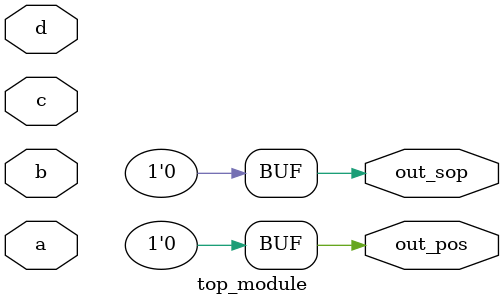
<source format=sv>
module top_module (
	input a,
	input b,
	input c,
	input d,
	output reg out_sop,
	output reg out_pos
);

always @* begin
	if (a == 2'b10 || a == 3'b011 || a == 4'b1111)
		out_sop = 1;
	else if (a == 2'b00 || a == 2'b01 || a == 4'b0100 || a == 4'b0101 || a == 4'b0110 || a == 4'b1001 || a == 4'b1010 || a == 4'b1101 || a == 4'b1110)
		out_sop = 0;
	
	if (a == 2'b10 || a == 3'b011 || a == 4'b1111)
		out_pos = 1;
	else if (a == 2'b00 || a == 2'b01 || a == 4'b0100 || a == 4'b0101 || a == 4'b0110 || a == 4'b1001 || a == 4'b1010 || a == 4'b1101 || a == 4'b1110)
		out_pos = 0;
end

endmodule

</source>
